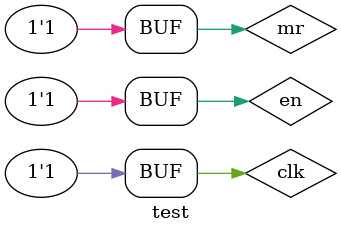
<source format=v>
`timescale 1ns / 1ps


module test;

	// Inputs
	reg mr;
	reg en;
	reg clk;

	// Outputs
	wire [3:0] q;
	wire co;

	// Instantiate the Unit Under Test (UUT)
	shiyan_12 uut (
		.mr(mr), 
		.en(en), 
		.clk(clk), 
		.q(q), 
		.co(co)
	);

	initial begin
		// Initialize Inputs
		mr = 0;
		en = 1;
		clk = 1;

		// Wait 100 ns for global reset to finish
		#100;
        
		// Add stimulus here
      mr = 1;
		en = 0;
		clk = 0;
		
		#100;
		mr = 1;
		en = 1;
		clk = 1;
		
		#100;
		mr = 1;
		en = 1;
		clk = 0;
		
		#100;
		mr = 1;
		en = 1;
		clk = 1;
		
		#100;
		mr = 1;
		en = 1;
		clk = 0;
		
		#100;
		mr = 1;
		en = 1;
		clk = 1;
	end
      
endmodule


</source>
